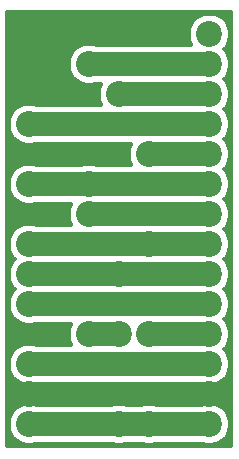
<source format=gbr>
%TF.GenerationSoftware,KiCad,Pcbnew,(5.1.6)-1*%
%TF.CreationDate,2021-10-02T21:34:47-05:00*%
%TF.ProjectId,lcd_connector,6c63645f-636f-46e6-9e65-63746f722e6b,rev?*%
%TF.SameCoordinates,Original*%
%TF.FileFunction,Copper,L2,Bot*%
%TF.FilePolarity,Positive*%
%FSLAX46Y46*%
G04 Gerber Fmt 4.6, Leading zero omitted, Abs format (unit mm)*
G04 Created by KiCad (PCBNEW (5.1.6)-1) date 2021-10-02 21:34:47*
%MOMM*%
%LPD*%
G01*
G04 APERTURE LIST*
%TA.AperFunction,ComponentPad*%
%ADD10C,2.200000*%
%TD*%
%TA.AperFunction,Conductor*%
%ADD11C,2.000000*%
%TD*%
%TA.AperFunction,Conductor*%
%ADD12C,0.300000*%
%TD*%
G04 APERTURE END LIST*
D10*
%TO.P,R1,2*%
%TO.N,Net-(M1-Pad8)*%
X10160000Y10160000D03*
%TO.P,R1,1*%
%TO.N,Net-(J1-Pad1)*%
X10160000Y2540000D03*
%TD*%
%TO.P,R2,1*%
%TO.N,Net-(J1-Pad1)*%
X12700000Y2540000D03*
%TO.P,R2,2*%
%TO.N,Net-(M1-Pad4)*%
X12700000Y10160000D03*
%TD*%
%TO.P,M1,1*%
%TO.N,Net-(J1-Pad1)*%
X17780000Y2540000D03*
%TO.P,M1,2*%
%TO.N,Net-(J8-Pad1)*%
X17780000Y5080000D03*
%TO.P,M1,3*%
%TO.N,Net-(J6-Pad1)*%
X17780000Y7620000D03*
%TO.P,M1,4*%
%TO.N,Net-(M1-Pad4)*%
X17780000Y10160000D03*
%TO.P,M1,5*%
%TO.N,Net-(J5-Pad1)*%
X17780000Y12700000D03*
%TO.P,M1,6*%
%TO.N,Net-(J7-Pad1)*%
X17780000Y15240000D03*
%TO.P,M1,7*%
%TO.N,Net-(J3-Pad1)*%
X17780000Y17780000D03*
%TO.P,M1,8*%
%TO.N,Net-(M1-Pad8)*%
X17780000Y20320000D03*
%TO.P,M1,9*%
%TO.N,Net-(J4-Pad1)*%
X17780000Y22860000D03*
%TO.P,M1,10*%
%TO.N,Net-(J3-Pad1)*%
X17780000Y25400000D03*
%TO.P,M1,11*%
%TO.N,Net-(J2-Pad1)*%
X17780000Y27940000D03*
%TO.P,M1,12*%
%TO.N,Net-(J7-Pad1)*%
X17780000Y30480000D03*
%TO.P,M1,13*%
%TO.N,Net-(J4-Pad1)*%
X17780000Y33020000D03*
%TO.P,M1,14*%
%TO.N,Net-(M1-Pad14)*%
X17780000Y35560000D03*
%TD*%
%TO.P,J1,1*%
%TO.N,Net-(J1-Pad1)*%
X2540000Y2540000D03*
%TD*%
%TO.P,J2,1*%
%TO.N,Net-(J2-Pad1)*%
X2540000Y27940000D03*
%TD*%
%TO.P,J3,1*%
%TO.N,Net-(J3-Pad1)*%
X2540000Y17780000D03*
%TD*%
%TO.P,J4,1*%
%TO.N,Net-(J4-Pad1)*%
X2540000Y22860000D03*
%TD*%
%TO.P,J5,1*%
%TO.N,Net-(J5-Pad1)*%
X2540000Y12700000D03*
%TD*%
%TO.P,J6,1*%
%TO.N,Net-(J6-Pad1)*%
X2540000Y7620000D03*
%TD*%
%TO.P,J7,1*%
%TO.N,Net-(J7-Pad1)*%
X2540000Y15240000D03*
%TD*%
%TO.P,J8,1*%
%TO.N,Net-(J8-Pad1)*%
X2540000Y5080000D03*
%TD*%
%TO.P,V1,1*%
%TO.N,Net-(M1-Pad8)*%
X7620000Y20320000D03*
%TD*%
%TO.P,V2,1*%
%TO.N,Net-(M1-Pad8)*%
X7620000Y10160000D03*
%TD*%
%TO.P,V3,1*%
%TO.N,Net-(J3-Pad1)*%
X12700000Y25400000D03*
%TD*%
%TO.P,V5,1*%
%TO.N,Net-(J3-Pad1)*%
X12700000Y17780000D03*
%TD*%
%TO.P,V6,1*%
%TO.N,Net-(J4-Pad1)*%
X7620000Y22860000D03*
%TD*%
%TO.P,V7,1*%
%TO.N,Net-(J7-Pad1)*%
X10160000Y15240000D03*
%TD*%
%TO.P,V8,1*%
%TO.N,Net-(J4-Pad1)*%
X7620000Y33020000D03*
%TD*%
%TO.P,V9,1*%
%TO.N,Net-(J7-Pad1)*%
X10160000Y30480000D03*
%TD*%
D11*
%TO.N,Net-(J1-Pad1)*%
X2540000Y2540000D02*
X17780000Y2540000D01*
%TO.N,Net-(M1-Pad4)*%
X17780000Y10160000D02*
X12700000Y10160000D01*
%TO.N,Net-(M1-Pad8)*%
X7620000Y20320000D02*
X17780000Y20320000D01*
X7620000Y10160000D02*
X10160000Y10160000D01*
%TO.N,Net-(J2-Pad1)*%
X2540000Y27940000D02*
X17780000Y27940000D01*
%TO.N,Net-(J3-Pad1)*%
X12700000Y25400000D02*
X17780000Y25400000D01*
X2540000Y17780000D02*
X17780000Y17780000D01*
%TO.N,Net-(J4-Pad1)*%
X7620000Y33020000D02*
X17780000Y33020000D01*
X2540000Y22860000D02*
X17780000Y22860000D01*
%TO.N,Net-(J5-Pad1)*%
X2540000Y12700000D02*
X17780000Y12700000D01*
%TO.N,Net-(J6-Pad1)*%
X2540000Y7620000D02*
X17780000Y7620000D01*
%TO.N,Net-(J7-Pad1)*%
X10160000Y30480000D02*
X17780000Y30480000D01*
X2540000Y15240000D02*
X17780000Y15240000D01*
%TD*%
D12*
%TO.N,Net-(J8-Pad1)*%
G36*
X19637001Y683000D02*
G01*
X683000Y683000D01*
X683000Y2713148D01*
X782000Y2713148D01*
X782000Y2366852D01*
X849559Y2027210D01*
X982081Y1707275D01*
X1174472Y1419340D01*
X1419340Y1174472D01*
X1707275Y982081D01*
X2027210Y849559D01*
X2366852Y782000D01*
X2713148Y782000D01*
X3052790Y849559D01*
X3131109Y882000D01*
X9568891Y882000D01*
X9647210Y849559D01*
X9986852Y782000D01*
X10333148Y782000D01*
X10672790Y849559D01*
X10751109Y882000D01*
X12108891Y882000D01*
X12187210Y849559D01*
X12526852Y782000D01*
X12873148Y782000D01*
X13212790Y849559D01*
X13291109Y882000D01*
X17188891Y882000D01*
X17267210Y849559D01*
X17606852Y782000D01*
X17953148Y782000D01*
X18292790Y849559D01*
X18612725Y982081D01*
X18900660Y1174472D01*
X19145528Y1419340D01*
X19337919Y1707275D01*
X19470441Y2027210D01*
X19538000Y2366852D01*
X19538000Y2713148D01*
X19470441Y3052790D01*
X19337919Y3372725D01*
X19145528Y3660660D01*
X18900660Y3905528D01*
X18612725Y4097919D01*
X18292790Y4230441D01*
X17953148Y4298000D01*
X17606852Y4298000D01*
X17267210Y4230441D01*
X17188891Y4198000D01*
X13291109Y4198000D01*
X13212790Y4230441D01*
X12873148Y4298000D01*
X12526852Y4298000D01*
X12187210Y4230441D01*
X12108891Y4198000D01*
X10751109Y4198000D01*
X10672790Y4230441D01*
X10333148Y4298000D01*
X9986852Y4298000D01*
X9647210Y4230441D01*
X9568891Y4198000D01*
X3131109Y4198000D01*
X3052790Y4230441D01*
X2713148Y4298000D01*
X2366852Y4298000D01*
X2027210Y4230441D01*
X1707275Y4097919D01*
X1419340Y3905528D01*
X1174472Y3660660D01*
X982081Y3372725D01*
X849559Y3052790D01*
X782000Y2713148D01*
X683000Y2713148D01*
X683000Y28113148D01*
X782000Y28113148D01*
X782000Y27766852D01*
X849559Y27427210D01*
X982081Y27107275D01*
X1174472Y26819340D01*
X1419340Y26574472D01*
X1707275Y26382081D01*
X2027210Y26249559D01*
X2366852Y26182000D01*
X2713148Y26182000D01*
X3052790Y26249559D01*
X3131109Y26282000D01*
X11175005Y26282000D01*
X11142081Y26232725D01*
X11009559Y25912790D01*
X10942000Y25573148D01*
X10942000Y25226852D01*
X11009559Y24887210D01*
X11142081Y24567275D01*
X11175005Y24518000D01*
X8211109Y24518000D01*
X8132790Y24550441D01*
X7793148Y24618000D01*
X7446852Y24618000D01*
X7107210Y24550441D01*
X7028891Y24518000D01*
X3131109Y24518000D01*
X3052790Y24550441D01*
X2713148Y24618000D01*
X2366852Y24618000D01*
X2027210Y24550441D01*
X1707275Y24417919D01*
X1419340Y24225528D01*
X1174472Y23980660D01*
X982081Y23692725D01*
X849559Y23372790D01*
X782000Y23033148D01*
X782000Y22686852D01*
X849559Y22347210D01*
X982081Y22027275D01*
X1174472Y21739340D01*
X1419340Y21494472D01*
X1707275Y21302081D01*
X2027210Y21169559D01*
X2366852Y21102000D01*
X2713148Y21102000D01*
X3052790Y21169559D01*
X3131109Y21202000D01*
X6095005Y21202000D01*
X6062081Y21152725D01*
X5929559Y20832790D01*
X5862000Y20493148D01*
X5862000Y20146852D01*
X5929559Y19807210D01*
X6062081Y19487275D01*
X6095005Y19438000D01*
X3131109Y19438000D01*
X3052790Y19470441D01*
X2713148Y19538000D01*
X2366852Y19538000D01*
X2027210Y19470441D01*
X1707275Y19337919D01*
X1419340Y19145528D01*
X1174472Y18900660D01*
X982081Y18612725D01*
X849559Y18292790D01*
X782000Y17953148D01*
X782000Y17606852D01*
X849559Y17267210D01*
X982081Y16947275D01*
X1174472Y16659340D01*
X1323812Y16510000D01*
X1174472Y16360660D01*
X982081Y16072725D01*
X849559Y15752790D01*
X782000Y15413148D01*
X782000Y15066852D01*
X849559Y14727210D01*
X982081Y14407275D01*
X1174472Y14119340D01*
X1323812Y13970000D01*
X1174472Y13820660D01*
X982081Y13532725D01*
X849559Y13212790D01*
X782000Y12873148D01*
X782000Y12526852D01*
X849559Y12187210D01*
X982081Y11867275D01*
X1174472Y11579340D01*
X1419340Y11334472D01*
X1707275Y11142081D01*
X2027210Y11009559D01*
X2366852Y10942000D01*
X2713148Y10942000D01*
X3052790Y11009559D01*
X3131109Y11042000D01*
X6095005Y11042000D01*
X6062081Y10992725D01*
X5929559Y10672790D01*
X5862000Y10333148D01*
X5862000Y9986852D01*
X5929559Y9647210D01*
X6062081Y9327275D01*
X6095005Y9278000D01*
X3131109Y9278000D01*
X3052790Y9310441D01*
X2713148Y9378000D01*
X2366852Y9378000D01*
X2027210Y9310441D01*
X1707275Y9177919D01*
X1419340Y8985528D01*
X1174472Y8740660D01*
X982081Y8452725D01*
X849559Y8132790D01*
X782000Y7793148D01*
X782000Y7446852D01*
X849559Y7107210D01*
X982081Y6787275D01*
X1174472Y6499340D01*
X1419340Y6254472D01*
X1707275Y6062081D01*
X2027210Y5929559D01*
X2366852Y5862000D01*
X2713148Y5862000D01*
X3052790Y5929559D01*
X3131109Y5962000D01*
X17188891Y5962000D01*
X17267210Y5929559D01*
X17606852Y5862000D01*
X17953148Y5862000D01*
X18292790Y5929559D01*
X18612725Y6062081D01*
X18900660Y6254472D01*
X19145528Y6499340D01*
X19337919Y6787275D01*
X19470441Y7107210D01*
X19538000Y7446852D01*
X19538000Y7793148D01*
X19470441Y8132790D01*
X19337919Y8452725D01*
X19145528Y8740660D01*
X18996188Y8890000D01*
X19145528Y9039340D01*
X19337919Y9327275D01*
X19470441Y9647210D01*
X19538000Y9986852D01*
X19538000Y10333148D01*
X19470441Y10672790D01*
X19337919Y10992725D01*
X19145528Y11280660D01*
X18996188Y11430000D01*
X19145528Y11579340D01*
X19337919Y11867275D01*
X19470441Y12187210D01*
X19538000Y12526852D01*
X19538000Y12873148D01*
X19470441Y13212790D01*
X19337919Y13532725D01*
X19145528Y13820660D01*
X18996188Y13970000D01*
X19145528Y14119340D01*
X19337919Y14407275D01*
X19470441Y14727210D01*
X19538000Y15066852D01*
X19538000Y15413148D01*
X19470441Y15752790D01*
X19337919Y16072725D01*
X19145528Y16360660D01*
X18996188Y16510000D01*
X19145528Y16659340D01*
X19337919Y16947275D01*
X19470441Y17267210D01*
X19538000Y17606852D01*
X19538000Y17953148D01*
X19470441Y18292790D01*
X19337919Y18612725D01*
X19145528Y18900660D01*
X18996188Y19050000D01*
X19145528Y19199340D01*
X19337919Y19487275D01*
X19470441Y19807210D01*
X19538000Y20146852D01*
X19538000Y20493148D01*
X19470441Y20832790D01*
X19337919Y21152725D01*
X19145528Y21440660D01*
X18996188Y21590000D01*
X19145528Y21739340D01*
X19337919Y22027275D01*
X19470441Y22347210D01*
X19538000Y22686852D01*
X19538000Y23033148D01*
X19470441Y23372790D01*
X19337919Y23692725D01*
X19145528Y23980660D01*
X18996188Y24130000D01*
X19145528Y24279340D01*
X19337919Y24567275D01*
X19470441Y24887210D01*
X19538000Y25226852D01*
X19538000Y25573148D01*
X19470441Y25912790D01*
X19337919Y26232725D01*
X19145528Y26520660D01*
X18996188Y26670000D01*
X19145528Y26819340D01*
X19337919Y27107275D01*
X19470441Y27427210D01*
X19538000Y27766852D01*
X19538000Y28113148D01*
X19470441Y28452790D01*
X19337919Y28772725D01*
X19145528Y29060660D01*
X18996188Y29210000D01*
X19145528Y29359340D01*
X19337919Y29647275D01*
X19470441Y29967210D01*
X19538000Y30306852D01*
X19538000Y30653148D01*
X19470441Y30992790D01*
X19337919Y31312725D01*
X19145528Y31600660D01*
X18996188Y31750000D01*
X19145528Y31899340D01*
X19337919Y32187275D01*
X19470441Y32507210D01*
X19538000Y32846852D01*
X19538000Y33193148D01*
X19470441Y33532790D01*
X19337919Y33852725D01*
X19145528Y34140660D01*
X18996188Y34290000D01*
X19145528Y34439340D01*
X19337919Y34727275D01*
X19470441Y35047210D01*
X19538000Y35386852D01*
X19538000Y35733148D01*
X19470441Y36072790D01*
X19337919Y36392725D01*
X19145528Y36680660D01*
X18900660Y36925528D01*
X18612725Y37117919D01*
X18292790Y37250441D01*
X17953148Y37318000D01*
X17606852Y37318000D01*
X17267210Y37250441D01*
X16947275Y37117919D01*
X16659340Y36925528D01*
X16414472Y36680660D01*
X16222081Y36392725D01*
X16089559Y36072790D01*
X16022000Y35733148D01*
X16022000Y35386852D01*
X16089559Y35047210D01*
X16222081Y34727275D01*
X16255005Y34678000D01*
X8211109Y34678000D01*
X8132790Y34710441D01*
X7793148Y34778000D01*
X7446852Y34778000D01*
X7107210Y34710441D01*
X6787275Y34577919D01*
X6499340Y34385528D01*
X6254472Y34140660D01*
X6062081Y33852725D01*
X5929559Y33532790D01*
X5862000Y33193148D01*
X5862000Y32846852D01*
X5929559Y32507210D01*
X6062081Y32187275D01*
X6254472Y31899340D01*
X6499340Y31654472D01*
X6787275Y31462081D01*
X7107210Y31329559D01*
X7446852Y31262000D01*
X7793148Y31262000D01*
X8132790Y31329559D01*
X8211109Y31362000D01*
X8635005Y31362000D01*
X8602081Y31312725D01*
X8469559Y30992790D01*
X8402000Y30653148D01*
X8402000Y30306852D01*
X8469559Y29967210D01*
X8602081Y29647275D01*
X8635005Y29598000D01*
X3131109Y29598000D01*
X3052790Y29630441D01*
X2713148Y29698000D01*
X2366852Y29698000D01*
X2027210Y29630441D01*
X1707275Y29497919D01*
X1419340Y29305528D01*
X1174472Y29060660D01*
X982081Y28772725D01*
X849559Y28452790D01*
X782000Y28113148D01*
X683000Y28113148D01*
X683000Y37417000D01*
X19637000Y37417000D01*
X19637001Y683000D01*
G37*
X19637001Y683000D02*
X683000Y683000D01*
X683000Y2713148D01*
X782000Y2713148D01*
X782000Y2366852D01*
X849559Y2027210D01*
X982081Y1707275D01*
X1174472Y1419340D01*
X1419340Y1174472D01*
X1707275Y982081D01*
X2027210Y849559D01*
X2366852Y782000D01*
X2713148Y782000D01*
X3052790Y849559D01*
X3131109Y882000D01*
X9568891Y882000D01*
X9647210Y849559D01*
X9986852Y782000D01*
X10333148Y782000D01*
X10672790Y849559D01*
X10751109Y882000D01*
X12108891Y882000D01*
X12187210Y849559D01*
X12526852Y782000D01*
X12873148Y782000D01*
X13212790Y849559D01*
X13291109Y882000D01*
X17188891Y882000D01*
X17267210Y849559D01*
X17606852Y782000D01*
X17953148Y782000D01*
X18292790Y849559D01*
X18612725Y982081D01*
X18900660Y1174472D01*
X19145528Y1419340D01*
X19337919Y1707275D01*
X19470441Y2027210D01*
X19538000Y2366852D01*
X19538000Y2713148D01*
X19470441Y3052790D01*
X19337919Y3372725D01*
X19145528Y3660660D01*
X18900660Y3905528D01*
X18612725Y4097919D01*
X18292790Y4230441D01*
X17953148Y4298000D01*
X17606852Y4298000D01*
X17267210Y4230441D01*
X17188891Y4198000D01*
X13291109Y4198000D01*
X13212790Y4230441D01*
X12873148Y4298000D01*
X12526852Y4298000D01*
X12187210Y4230441D01*
X12108891Y4198000D01*
X10751109Y4198000D01*
X10672790Y4230441D01*
X10333148Y4298000D01*
X9986852Y4298000D01*
X9647210Y4230441D01*
X9568891Y4198000D01*
X3131109Y4198000D01*
X3052790Y4230441D01*
X2713148Y4298000D01*
X2366852Y4298000D01*
X2027210Y4230441D01*
X1707275Y4097919D01*
X1419340Y3905528D01*
X1174472Y3660660D01*
X982081Y3372725D01*
X849559Y3052790D01*
X782000Y2713148D01*
X683000Y2713148D01*
X683000Y28113148D01*
X782000Y28113148D01*
X782000Y27766852D01*
X849559Y27427210D01*
X982081Y27107275D01*
X1174472Y26819340D01*
X1419340Y26574472D01*
X1707275Y26382081D01*
X2027210Y26249559D01*
X2366852Y26182000D01*
X2713148Y26182000D01*
X3052790Y26249559D01*
X3131109Y26282000D01*
X11175005Y26282000D01*
X11142081Y26232725D01*
X11009559Y25912790D01*
X10942000Y25573148D01*
X10942000Y25226852D01*
X11009559Y24887210D01*
X11142081Y24567275D01*
X11175005Y24518000D01*
X8211109Y24518000D01*
X8132790Y24550441D01*
X7793148Y24618000D01*
X7446852Y24618000D01*
X7107210Y24550441D01*
X7028891Y24518000D01*
X3131109Y24518000D01*
X3052790Y24550441D01*
X2713148Y24618000D01*
X2366852Y24618000D01*
X2027210Y24550441D01*
X1707275Y24417919D01*
X1419340Y24225528D01*
X1174472Y23980660D01*
X982081Y23692725D01*
X849559Y23372790D01*
X782000Y23033148D01*
X782000Y22686852D01*
X849559Y22347210D01*
X982081Y22027275D01*
X1174472Y21739340D01*
X1419340Y21494472D01*
X1707275Y21302081D01*
X2027210Y21169559D01*
X2366852Y21102000D01*
X2713148Y21102000D01*
X3052790Y21169559D01*
X3131109Y21202000D01*
X6095005Y21202000D01*
X6062081Y21152725D01*
X5929559Y20832790D01*
X5862000Y20493148D01*
X5862000Y20146852D01*
X5929559Y19807210D01*
X6062081Y19487275D01*
X6095005Y19438000D01*
X3131109Y19438000D01*
X3052790Y19470441D01*
X2713148Y19538000D01*
X2366852Y19538000D01*
X2027210Y19470441D01*
X1707275Y19337919D01*
X1419340Y19145528D01*
X1174472Y18900660D01*
X982081Y18612725D01*
X849559Y18292790D01*
X782000Y17953148D01*
X782000Y17606852D01*
X849559Y17267210D01*
X982081Y16947275D01*
X1174472Y16659340D01*
X1323812Y16510000D01*
X1174472Y16360660D01*
X982081Y16072725D01*
X849559Y15752790D01*
X782000Y15413148D01*
X782000Y15066852D01*
X849559Y14727210D01*
X982081Y14407275D01*
X1174472Y14119340D01*
X1323812Y13970000D01*
X1174472Y13820660D01*
X982081Y13532725D01*
X849559Y13212790D01*
X782000Y12873148D01*
X782000Y12526852D01*
X849559Y12187210D01*
X982081Y11867275D01*
X1174472Y11579340D01*
X1419340Y11334472D01*
X1707275Y11142081D01*
X2027210Y11009559D01*
X2366852Y10942000D01*
X2713148Y10942000D01*
X3052790Y11009559D01*
X3131109Y11042000D01*
X6095005Y11042000D01*
X6062081Y10992725D01*
X5929559Y10672790D01*
X5862000Y10333148D01*
X5862000Y9986852D01*
X5929559Y9647210D01*
X6062081Y9327275D01*
X6095005Y9278000D01*
X3131109Y9278000D01*
X3052790Y9310441D01*
X2713148Y9378000D01*
X2366852Y9378000D01*
X2027210Y9310441D01*
X1707275Y9177919D01*
X1419340Y8985528D01*
X1174472Y8740660D01*
X982081Y8452725D01*
X849559Y8132790D01*
X782000Y7793148D01*
X782000Y7446852D01*
X849559Y7107210D01*
X982081Y6787275D01*
X1174472Y6499340D01*
X1419340Y6254472D01*
X1707275Y6062081D01*
X2027210Y5929559D01*
X2366852Y5862000D01*
X2713148Y5862000D01*
X3052790Y5929559D01*
X3131109Y5962000D01*
X17188891Y5962000D01*
X17267210Y5929559D01*
X17606852Y5862000D01*
X17953148Y5862000D01*
X18292790Y5929559D01*
X18612725Y6062081D01*
X18900660Y6254472D01*
X19145528Y6499340D01*
X19337919Y6787275D01*
X19470441Y7107210D01*
X19538000Y7446852D01*
X19538000Y7793148D01*
X19470441Y8132790D01*
X19337919Y8452725D01*
X19145528Y8740660D01*
X18996188Y8890000D01*
X19145528Y9039340D01*
X19337919Y9327275D01*
X19470441Y9647210D01*
X19538000Y9986852D01*
X19538000Y10333148D01*
X19470441Y10672790D01*
X19337919Y10992725D01*
X19145528Y11280660D01*
X18996188Y11430000D01*
X19145528Y11579340D01*
X19337919Y11867275D01*
X19470441Y12187210D01*
X19538000Y12526852D01*
X19538000Y12873148D01*
X19470441Y13212790D01*
X19337919Y13532725D01*
X19145528Y13820660D01*
X18996188Y13970000D01*
X19145528Y14119340D01*
X19337919Y14407275D01*
X19470441Y14727210D01*
X19538000Y15066852D01*
X19538000Y15413148D01*
X19470441Y15752790D01*
X19337919Y16072725D01*
X19145528Y16360660D01*
X18996188Y16510000D01*
X19145528Y16659340D01*
X19337919Y16947275D01*
X19470441Y17267210D01*
X19538000Y17606852D01*
X19538000Y17953148D01*
X19470441Y18292790D01*
X19337919Y18612725D01*
X19145528Y18900660D01*
X18996188Y19050000D01*
X19145528Y19199340D01*
X19337919Y19487275D01*
X19470441Y19807210D01*
X19538000Y20146852D01*
X19538000Y20493148D01*
X19470441Y20832790D01*
X19337919Y21152725D01*
X19145528Y21440660D01*
X18996188Y21590000D01*
X19145528Y21739340D01*
X19337919Y22027275D01*
X19470441Y22347210D01*
X19538000Y22686852D01*
X19538000Y23033148D01*
X19470441Y23372790D01*
X19337919Y23692725D01*
X19145528Y23980660D01*
X18996188Y24130000D01*
X19145528Y24279340D01*
X19337919Y24567275D01*
X19470441Y24887210D01*
X19538000Y25226852D01*
X19538000Y25573148D01*
X19470441Y25912790D01*
X19337919Y26232725D01*
X19145528Y26520660D01*
X18996188Y26670000D01*
X19145528Y26819340D01*
X19337919Y27107275D01*
X19470441Y27427210D01*
X19538000Y27766852D01*
X19538000Y28113148D01*
X19470441Y28452790D01*
X19337919Y28772725D01*
X19145528Y29060660D01*
X18996188Y29210000D01*
X19145528Y29359340D01*
X19337919Y29647275D01*
X19470441Y29967210D01*
X19538000Y30306852D01*
X19538000Y30653148D01*
X19470441Y30992790D01*
X19337919Y31312725D01*
X19145528Y31600660D01*
X18996188Y31750000D01*
X19145528Y31899340D01*
X19337919Y32187275D01*
X19470441Y32507210D01*
X19538000Y32846852D01*
X19538000Y33193148D01*
X19470441Y33532790D01*
X19337919Y33852725D01*
X19145528Y34140660D01*
X18996188Y34290000D01*
X19145528Y34439340D01*
X19337919Y34727275D01*
X19470441Y35047210D01*
X19538000Y35386852D01*
X19538000Y35733148D01*
X19470441Y36072790D01*
X19337919Y36392725D01*
X19145528Y36680660D01*
X18900660Y36925528D01*
X18612725Y37117919D01*
X18292790Y37250441D01*
X17953148Y37318000D01*
X17606852Y37318000D01*
X17267210Y37250441D01*
X16947275Y37117919D01*
X16659340Y36925528D01*
X16414472Y36680660D01*
X16222081Y36392725D01*
X16089559Y36072790D01*
X16022000Y35733148D01*
X16022000Y35386852D01*
X16089559Y35047210D01*
X16222081Y34727275D01*
X16255005Y34678000D01*
X8211109Y34678000D01*
X8132790Y34710441D01*
X7793148Y34778000D01*
X7446852Y34778000D01*
X7107210Y34710441D01*
X6787275Y34577919D01*
X6499340Y34385528D01*
X6254472Y34140660D01*
X6062081Y33852725D01*
X5929559Y33532790D01*
X5862000Y33193148D01*
X5862000Y32846852D01*
X5929559Y32507210D01*
X6062081Y32187275D01*
X6254472Y31899340D01*
X6499340Y31654472D01*
X6787275Y31462081D01*
X7107210Y31329559D01*
X7446852Y31262000D01*
X7793148Y31262000D01*
X8132790Y31329559D01*
X8211109Y31362000D01*
X8635005Y31362000D01*
X8602081Y31312725D01*
X8469559Y30992790D01*
X8402000Y30653148D01*
X8402000Y30306852D01*
X8469559Y29967210D01*
X8602081Y29647275D01*
X8635005Y29598000D01*
X3131109Y29598000D01*
X3052790Y29630441D01*
X2713148Y29698000D01*
X2366852Y29698000D01*
X2027210Y29630441D01*
X1707275Y29497919D01*
X1419340Y29305528D01*
X1174472Y29060660D01*
X982081Y28772725D01*
X849559Y28452790D01*
X782000Y28113148D01*
X683000Y28113148D01*
X683000Y37417000D01*
X19637000Y37417000D01*
X19637001Y683000D01*
%TD*%
M02*

</source>
